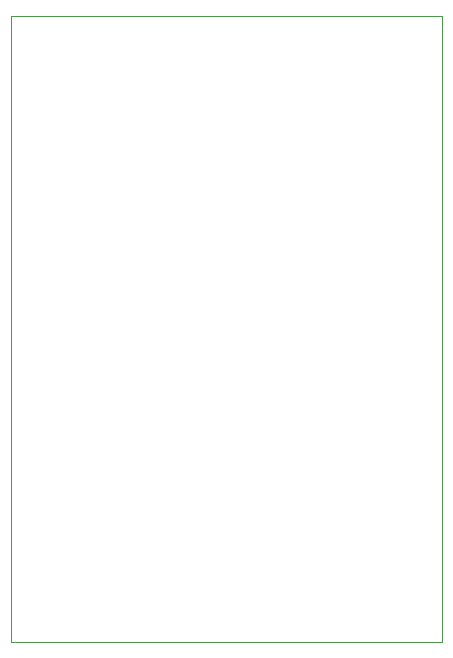
<source format=gbr>
%TF.GenerationSoftware,KiCad,Pcbnew,9.0.3*%
%TF.CreationDate,2025-08-22T09:44:06+02:00*%
%TF.ProjectId,kord,6b6f7264-2e6b-4696-9361-645f70636258,rev?*%
%TF.SameCoordinates,Original*%
%TF.FileFunction,Profile,NP*%
%FSLAX46Y46*%
G04 Gerber Fmt 4.6, Leading zero omitted, Abs format (unit mm)*
G04 Created by KiCad (PCBNEW 9.0.3) date 2025-08-22 09:44:06*
%MOMM*%
%LPD*%
G01*
G04 APERTURE LIST*
%TA.AperFunction,Profile*%
%ADD10C,0.050000*%
%TD*%
G04 APERTURE END LIST*
D10*
X136000000Y-57500000D02*
X172500000Y-57500000D01*
X172500000Y-110500000D01*
X136000000Y-110500000D01*
X136000000Y-57500000D01*
M02*

</source>
